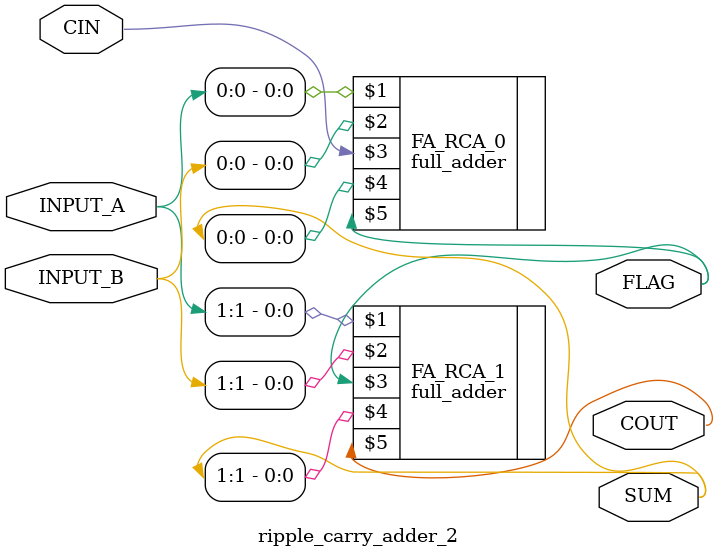
<source format=v>
module ripple_carry_adder_2(
	INPUT_A, 
	INPUT_B, 
	CIN, 
	
	SUM, 
	COUT, 
	FLAG
	);
	
    input [1:0] INPUT_A;
    input [1:0] INPUT_B;
    input  CIN;
	 
    output [1:0] SUM;
    output COUT;
	 output FLAG;
	 
	 
	 full_adder FA_RCA_0(INPUT_A[0], INPUT_B[0], CIN, SUM[0], FLAG);
	 full_adder FA_RCA_1(INPUT_A[1], INPUT_B[1], FLAG, SUM[1], COUT);
	  
endmodule

</source>
